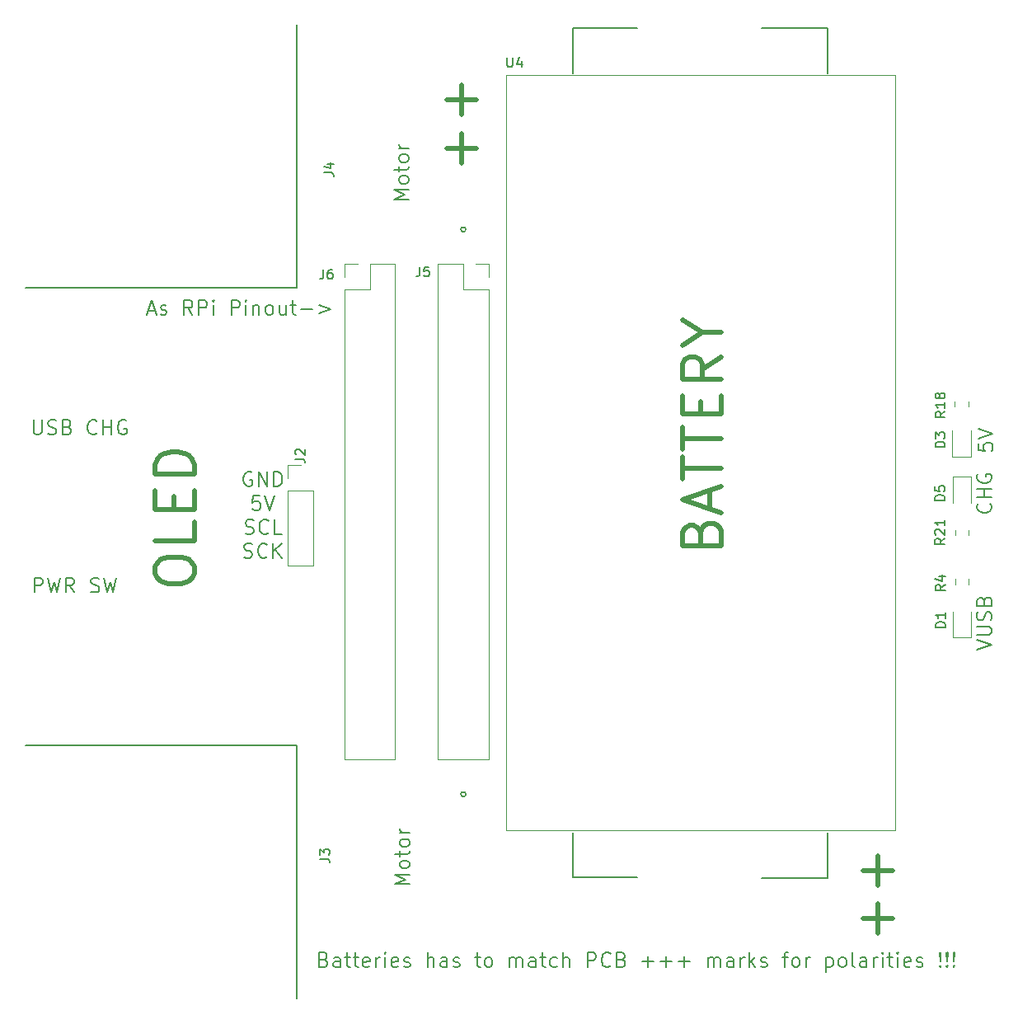
<source format=gto>
G04 #@! TF.GenerationSoftware,KiCad,Pcbnew,(5.1.5)-3*
G04 #@! TF.CreationDate,2020-04-18T23:18:02+01:00*
G04 #@! TF.ProjectId,langpie,6c616e67-7069-4652-9e6b-696361645f70,rev?*
G04 #@! TF.SameCoordinates,Original*
G04 #@! TF.FileFunction,Legend,Top*
G04 #@! TF.FilePolarity,Positive*
%FSLAX46Y46*%
G04 Gerber Fmt 4.6, Leading zero omitted, Abs format (unit mm)*
G04 Created by KiCad (PCBNEW (5.1.5)-3) date 2020-04-18 23:18:02*
%MOMM*%
%LPD*%
G04 APERTURE LIST*
%ADD10C,0.200000*%
%ADD11C,0.120000*%
%ADD12C,0.150000*%
%ADD13C,0.500000*%
G04 APERTURE END LIST*
D10*
X98322142Y-107509571D02*
X98322142Y-106009571D01*
X98893571Y-106009571D01*
X99036428Y-106081000D01*
X99107857Y-106152428D01*
X99179285Y-106295285D01*
X99179285Y-106509571D01*
X99107857Y-106652428D01*
X99036428Y-106723857D01*
X98893571Y-106795285D01*
X98322142Y-106795285D01*
X99679285Y-106009571D02*
X100036428Y-107509571D01*
X100322142Y-106438142D01*
X100607857Y-107509571D01*
X100965000Y-106009571D01*
X102393571Y-107509571D02*
X101893571Y-106795285D01*
X101536428Y-107509571D02*
X101536428Y-106009571D01*
X102107857Y-106009571D01*
X102250714Y-106081000D01*
X102322142Y-106152428D01*
X102393571Y-106295285D01*
X102393571Y-106509571D01*
X102322142Y-106652428D01*
X102250714Y-106723857D01*
X102107857Y-106795285D01*
X101536428Y-106795285D01*
X104107857Y-107438142D02*
X104322142Y-107509571D01*
X104679285Y-107509571D01*
X104822142Y-107438142D01*
X104893571Y-107366714D01*
X104965000Y-107223857D01*
X104965000Y-107081000D01*
X104893571Y-106938142D01*
X104822142Y-106866714D01*
X104679285Y-106795285D01*
X104393571Y-106723857D01*
X104250714Y-106652428D01*
X104179285Y-106581000D01*
X104107857Y-106438142D01*
X104107857Y-106295285D01*
X104179285Y-106152428D01*
X104250714Y-106081000D01*
X104393571Y-106009571D01*
X104750714Y-106009571D01*
X104965000Y-106081000D01*
X105465000Y-106009571D02*
X105822142Y-107509571D01*
X106107857Y-106438142D01*
X106393571Y-107509571D01*
X106750714Y-106009571D01*
X98215000Y-89809571D02*
X98215000Y-91023857D01*
X98286428Y-91166714D01*
X98357857Y-91238142D01*
X98500714Y-91309571D01*
X98786428Y-91309571D01*
X98929285Y-91238142D01*
X99000714Y-91166714D01*
X99072142Y-91023857D01*
X99072142Y-89809571D01*
X99715000Y-91238142D02*
X99929285Y-91309571D01*
X100286428Y-91309571D01*
X100429285Y-91238142D01*
X100500714Y-91166714D01*
X100572142Y-91023857D01*
X100572142Y-90881000D01*
X100500714Y-90738142D01*
X100429285Y-90666714D01*
X100286428Y-90595285D01*
X100000714Y-90523857D01*
X99857857Y-90452428D01*
X99786428Y-90381000D01*
X99715000Y-90238142D01*
X99715000Y-90095285D01*
X99786428Y-89952428D01*
X99857857Y-89881000D01*
X100000714Y-89809571D01*
X100357857Y-89809571D01*
X100572142Y-89881000D01*
X101715000Y-90523857D02*
X101929285Y-90595285D01*
X102000714Y-90666714D01*
X102072142Y-90809571D01*
X102072142Y-91023857D01*
X102000714Y-91166714D01*
X101929285Y-91238142D01*
X101786428Y-91309571D01*
X101215000Y-91309571D01*
X101215000Y-89809571D01*
X101715000Y-89809571D01*
X101857857Y-89881000D01*
X101929285Y-89952428D01*
X102000714Y-90095285D01*
X102000714Y-90238142D01*
X101929285Y-90381000D01*
X101857857Y-90452428D01*
X101715000Y-90523857D01*
X101215000Y-90523857D01*
X104715000Y-91166714D02*
X104643571Y-91238142D01*
X104429285Y-91309571D01*
X104286428Y-91309571D01*
X104072142Y-91238142D01*
X103929285Y-91095285D01*
X103857857Y-90952428D01*
X103786428Y-90666714D01*
X103786428Y-90452428D01*
X103857857Y-90166714D01*
X103929285Y-90023857D01*
X104072142Y-89881000D01*
X104286428Y-89809571D01*
X104429285Y-89809571D01*
X104643571Y-89881000D01*
X104715000Y-89952428D01*
X105357857Y-91309571D02*
X105357857Y-89809571D01*
X105357857Y-90523857D02*
X106215000Y-90523857D01*
X106215000Y-91309571D02*
X106215000Y-89809571D01*
X107715000Y-89881000D02*
X107572142Y-89809571D01*
X107357857Y-89809571D01*
X107143571Y-89881000D01*
X107000714Y-90023857D01*
X106929285Y-90166714D01*
X106857857Y-90452428D01*
X106857857Y-90666714D01*
X106929285Y-90952428D01*
X107000714Y-91095285D01*
X107143571Y-91238142D01*
X107357857Y-91309571D01*
X107500714Y-91309571D01*
X107715000Y-91238142D01*
X107786428Y-91166714D01*
X107786428Y-90666714D01*
X107500714Y-90666714D01*
X109972142Y-78581000D02*
X110686428Y-78581000D01*
X109829285Y-79009571D02*
X110329285Y-77509571D01*
X110829285Y-79009571D01*
X111257857Y-78938142D02*
X111400714Y-79009571D01*
X111686428Y-79009571D01*
X111829285Y-78938142D01*
X111900714Y-78795285D01*
X111900714Y-78723857D01*
X111829285Y-78581000D01*
X111686428Y-78509571D01*
X111472142Y-78509571D01*
X111329285Y-78438142D01*
X111257857Y-78295285D01*
X111257857Y-78223857D01*
X111329285Y-78081000D01*
X111472142Y-78009571D01*
X111686428Y-78009571D01*
X111829285Y-78081000D01*
X114543571Y-79009571D02*
X114043571Y-78295285D01*
X113686428Y-79009571D02*
X113686428Y-77509571D01*
X114257857Y-77509571D01*
X114400714Y-77581000D01*
X114472142Y-77652428D01*
X114543571Y-77795285D01*
X114543571Y-78009571D01*
X114472142Y-78152428D01*
X114400714Y-78223857D01*
X114257857Y-78295285D01*
X113686428Y-78295285D01*
X115186428Y-79009571D02*
X115186428Y-77509571D01*
X115757857Y-77509571D01*
X115900714Y-77581000D01*
X115972142Y-77652428D01*
X116043571Y-77795285D01*
X116043571Y-78009571D01*
X115972142Y-78152428D01*
X115900714Y-78223857D01*
X115757857Y-78295285D01*
X115186428Y-78295285D01*
X116686428Y-79009571D02*
X116686428Y-78009571D01*
X116686428Y-77509571D02*
X116615000Y-77581000D01*
X116686428Y-77652428D01*
X116757857Y-77581000D01*
X116686428Y-77509571D01*
X116686428Y-77652428D01*
X118543571Y-79009571D02*
X118543571Y-77509571D01*
X119115000Y-77509571D01*
X119257857Y-77581000D01*
X119329285Y-77652428D01*
X119400714Y-77795285D01*
X119400714Y-78009571D01*
X119329285Y-78152428D01*
X119257857Y-78223857D01*
X119115000Y-78295285D01*
X118543571Y-78295285D01*
X120043571Y-79009571D02*
X120043571Y-78009571D01*
X120043571Y-77509571D02*
X119972142Y-77581000D01*
X120043571Y-77652428D01*
X120115000Y-77581000D01*
X120043571Y-77509571D01*
X120043571Y-77652428D01*
X120757857Y-78009571D02*
X120757857Y-79009571D01*
X120757857Y-78152428D02*
X120829285Y-78081000D01*
X120972142Y-78009571D01*
X121186428Y-78009571D01*
X121329285Y-78081000D01*
X121400714Y-78223857D01*
X121400714Y-79009571D01*
X122329285Y-79009571D02*
X122186428Y-78938142D01*
X122115000Y-78866714D01*
X122043571Y-78723857D01*
X122043571Y-78295285D01*
X122115000Y-78152428D01*
X122186428Y-78081000D01*
X122329285Y-78009571D01*
X122543571Y-78009571D01*
X122686428Y-78081000D01*
X122757857Y-78152428D01*
X122829285Y-78295285D01*
X122829285Y-78723857D01*
X122757857Y-78866714D01*
X122686428Y-78938142D01*
X122543571Y-79009571D01*
X122329285Y-79009571D01*
X124115000Y-78009571D02*
X124115000Y-79009571D01*
X123472142Y-78009571D02*
X123472142Y-78795285D01*
X123543571Y-78938142D01*
X123686428Y-79009571D01*
X123900714Y-79009571D01*
X124043571Y-78938142D01*
X124115000Y-78866714D01*
X124615000Y-78009571D02*
X125186428Y-78009571D01*
X124829285Y-77509571D02*
X124829285Y-78795285D01*
X124900714Y-78938142D01*
X125043571Y-79009571D01*
X125186428Y-79009571D01*
X125686428Y-78438142D02*
X126829285Y-78438142D01*
X127543571Y-78009571D02*
X128686428Y-78438142D01*
X127543571Y-78866714D01*
X195143571Y-113381000D02*
X196643571Y-112881000D01*
X195143571Y-112381000D01*
X195143571Y-111881000D02*
X196357857Y-111881000D01*
X196500714Y-111809571D01*
X196572142Y-111738142D01*
X196643571Y-111595285D01*
X196643571Y-111309571D01*
X196572142Y-111166714D01*
X196500714Y-111095285D01*
X196357857Y-111023857D01*
X195143571Y-111023857D01*
X196572142Y-110381000D02*
X196643571Y-110166714D01*
X196643571Y-109809571D01*
X196572142Y-109666714D01*
X196500714Y-109595285D01*
X196357857Y-109523857D01*
X196215000Y-109523857D01*
X196072142Y-109595285D01*
X196000714Y-109666714D01*
X195929285Y-109809571D01*
X195857857Y-110095285D01*
X195786428Y-110238142D01*
X195715000Y-110309571D01*
X195572142Y-110381000D01*
X195429285Y-110381000D01*
X195286428Y-110309571D01*
X195215000Y-110238142D01*
X195143571Y-110095285D01*
X195143571Y-109738142D01*
X195215000Y-109523857D01*
X195857857Y-108381000D02*
X195929285Y-108166714D01*
X196000714Y-108095285D01*
X196143571Y-108023857D01*
X196357857Y-108023857D01*
X196500714Y-108095285D01*
X196572142Y-108166714D01*
X196643571Y-108309571D01*
X196643571Y-108881000D01*
X195143571Y-108881000D01*
X195143571Y-108381000D01*
X195215000Y-108238142D01*
X195286428Y-108166714D01*
X195429285Y-108095285D01*
X195572142Y-108095285D01*
X195715000Y-108166714D01*
X195786428Y-108238142D01*
X195857857Y-108381000D01*
X195857857Y-108881000D01*
X195243571Y-92216714D02*
X195243571Y-92931000D01*
X195957857Y-93002428D01*
X195886428Y-92931000D01*
X195815000Y-92788142D01*
X195815000Y-92431000D01*
X195886428Y-92288142D01*
X195957857Y-92216714D01*
X196100714Y-92145285D01*
X196457857Y-92145285D01*
X196600714Y-92216714D01*
X196672142Y-92288142D01*
X196743571Y-92431000D01*
X196743571Y-92788142D01*
X196672142Y-92931000D01*
X196600714Y-93002428D01*
X195243571Y-91716714D02*
X196743571Y-91216714D01*
X195243571Y-90716714D01*
X196500714Y-98402428D02*
X196572142Y-98473857D01*
X196643571Y-98688142D01*
X196643571Y-98831000D01*
X196572142Y-99045285D01*
X196429285Y-99188142D01*
X196286428Y-99259571D01*
X196000714Y-99331000D01*
X195786428Y-99331000D01*
X195500714Y-99259571D01*
X195357857Y-99188142D01*
X195215000Y-99045285D01*
X195143571Y-98831000D01*
X195143571Y-98688142D01*
X195215000Y-98473857D01*
X195286428Y-98402428D01*
X196643571Y-97759571D02*
X195143571Y-97759571D01*
X195857857Y-97759571D02*
X195857857Y-96902428D01*
X196643571Y-96902428D02*
X195143571Y-96902428D01*
X195215000Y-95402428D02*
X195143571Y-95545285D01*
X195143571Y-95759571D01*
X195215000Y-95973857D01*
X195357857Y-96116714D01*
X195500714Y-96188142D01*
X195786428Y-96259571D01*
X196000714Y-96259571D01*
X196286428Y-96188142D01*
X196429285Y-96116714D01*
X196572142Y-95973857D01*
X196643571Y-95759571D01*
X196643571Y-95616714D01*
X196572142Y-95402428D01*
X196500714Y-95331000D01*
X196000714Y-95331000D01*
X196000714Y-95616714D01*
X120622142Y-95206000D02*
X120479285Y-95134571D01*
X120265000Y-95134571D01*
X120050714Y-95206000D01*
X119907857Y-95348857D01*
X119836428Y-95491714D01*
X119765000Y-95777428D01*
X119765000Y-95991714D01*
X119836428Y-96277428D01*
X119907857Y-96420285D01*
X120050714Y-96563142D01*
X120265000Y-96634571D01*
X120407857Y-96634571D01*
X120622142Y-96563142D01*
X120693571Y-96491714D01*
X120693571Y-95991714D01*
X120407857Y-95991714D01*
X121336428Y-96634571D02*
X121336428Y-95134571D01*
X122193571Y-96634571D01*
X122193571Y-95134571D01*
X122907857Y-96634571D02*
X122907857Y-95134571D01*
X123265000Y-95134571D01*
X123479285Y-95206000D01*
X123622142Y-95348857D01*
X123693571Y-95491714D01*
X123765000Y-95777428D01*
X123765000Y-95991714D01*
X123693571Y-96277428D01*
X123622142Y-96420285D01*
X123479285Y-96563142D01*
X123265000Y-96634571D01*
X122907857Y-96634571D01*
X121479285Y-97584571D02*
X120765000Y-97584571D01*
X120693571Y-98298857D01*
X120765000Y-98227428D01*
X120907857Y-98156000D01*
X121265000Y-98156000D01*
X121407857Y-98227428D01*
X121479285Y-98298857D01*
X121550714Y-98441714D01*
X121550714Y-98798857D01*
X121479285Y-98941714D01*
X121407857Y-99013142D01*
X121265000Y-99084571D01*
X120907857Y-99084571D01*
X120765000Y-99013142D01*
X120693571Y-98941714D01*
X121979285Y-97584571D02*
X122479285Y-99084571D01*
X122979285Y-97584571D01*
X119979285Y-101463142D02*
X120193571Y-101534571D01*
X120550714Y-101534571D01*
X120693571Y-101463142D01*
X120765000Y-101391714D01*
X120836428Y-101248857D01*
X120836428Y-101106000D01*
X120765000Y-100963142D01*
X120693571Y-100891714D01*
X120550714Y-100820285D01*
X120265000Y-100748857D01*
X120122142Y-100677428D01*
X120050714Y-100606000D01*
X119979285Y-100463142D01*
X119979285Y-100320285D01*
X120050714Y-100177428D01*
X120122142Y-100106000D01*
X120265000Y-100034571D01*
X120622142Y-100034571D01*
X120836428Y-100106000D01*
X122336428Y-101391714D02*
X122265000Y-101463142D01*
X122050714Y-101534571D01*
X121907857Y-101534571D01*
X121693571Y-101463142D01*
X121550714Y-101320285D01*
X121479285Y-101177428D01*
X121407857Y-100891714D01*
X121407857Y-100677428D01*
X121479285Y-100391714D01*
X121550714Y-100248857D01*
X121693571Y-100106000D01*
X121907857Y-100034571D01*
X122050714Y-100034571D01*
X122265000Y-100106000D01*
X122336428Y-100177428D01*
X123693571Y-101534571D02*
X122979285Y-101534571D01*
X122979285Y-100034571D01*
X119836428Y-103913142D02*
X120050714Y-103984571D01*
X120407857Y-103984571D01*
X120550714Y-103913142D01*
X120622142Y-103841714D01*
X120693571Y-103698857D01*
X120693571Y-103556000D01*
X120622142Y-103413142D01*
X120550714Y-103341714D01*
X120407857Y-103270285D01*
X120122142Y-103198857D01*
X119979285Y-103127428D01*
X119907857Y-103056000D01*
X119836428Y-102913142D01*
X119836428Y-102770285D01*
X119907857Y-102627428D01*
X119979285Y-102556000D01*
X120122142Y-102484571D01*
X120479285Y-102484571D01*
X120693571Y-102556000D01*
X122193571Y-103841714D02*
X122122142Y-103913142D01*
X121907857Y-103984571D01*
X121765000Y-103984571D01*
X121550714Y-103913142D01*
X121407857Y-103770285D01*
X121336428Y-103627428D01*
X121265000Y-103341714D01*
X121265000Y-103127428D01*
X121336428Y-102841714D01*
X121407857Y-102698857D01*
X121550714Y-102556000D01*
X121765000Y-102484571D01*
X121907857Y-102484571D01*
X122122142Y-102556000D01*
X122193571Y-102627428D01*
X122836428Y-103984571D02*
X122836428Y-102484571D01*
X123693571Y-103984571D02*
X123050714Y-103127428D01*
X123693571Y-102484571D02*
X122836428Y-103341714D01*
X128057857Y-145223857D02*
X128272142Y-145295285D01*
X128343571Y-145366714D01*
X128415000Y-145509571D01*
X128415000Y-145723857D01*
X128343571Y-145866714D01*
X128272142Y-145938142D01*
X128129285Y-146009571D01*
X127557857Y-146009571D01*
X127557857Y-144509571D01*
X128057857Y-144509571D01*
X128200714Y-144581000D01*
X128272142Y-144652428D01*
X128343571Y-144795285D01*
X128343571Y-144938142D01*
X128272142Y-145081000D01*
X128200714Y-145152428D01*
X128057857Y-145223857D01*
X127557857Y-145223857D01*
X129700714Y-146009571D02*
X129700714Y-145223857D01*
X129629285Y-145081000D01*
X129486428Y-145009571D01*
X129200714Y-145009571D01*
X129057857Y-145081000D01*
X129700714Y-145938142D02*
X129557857Y-146009571D01*
X129200714Y-146009571D01*
X129057857Y-145938142D01*
X128986428Y-145795285D01*
X128986428Y-145652428D01*
X129057857Y-145509571D01*
X129200714Y-145438142D01*
X129557857Y-145438142D01*
X129700714Y-145366714D01*
X130200714Y-145009571D02*
X130772142Y-145009571D01*
X130415000Y-144509571D02*
X130415000Y-145795285D01*
X130486428Y-145938142D01*
X130629285Y-146009571D01*
X130772142Y-146009571D01*
X131057857Y-145009571D02*
X131629285Y-145009571D01*
X131272142Y-144509571D02*
X131272142Y-145795285D01*
X131343571Y-145938142D01*
X131486428Y-146009571D01*
X131629285Y-146009571D01*
X132700714Y-145938142D02*
X132557857Y-146009571D01*
X132272142Y-146009571D01*
X132129285Y-145938142D01*
X132057857Y-145795285D01*
X132057857Y-145223857D01*
X132129285Y-145081000D01*
X132272142Y-145009571D01*
X132557857Y-145009571D01*
X132700714Y-145081000D01*
X132772142Y-145223857D01*
X132772142Y-145366714D01*
X132057857Y-145509571D01*
X133415000Y-146009571D02*
X133415000Y-145009571D01*
X133415000Y-145295285D02*
X133486428Y-145152428D01*
X133557857Y-145081000D01*
X133700714Y-145009571D01*
X133843571Y-145009571D01*
X134343571Y-146009571D02*
X134343571Y-145009571D01*
X134343571Y-144509571D02*
X134272142Y-144581000D01*
X134343571Y-144652428D01*
X134415000Y-144581000D01*
X134343571Y-144509571D01*
X134343571Y-144652428D01*
X135629285Y-145938142D02*
X135486428Y-146009571D01*
X135200714Y-146009571D01*
X135057857Y-145938142D01*
X134986428Y-145795285D01*
X134986428Y-145223857D01*
X135057857Y-145081000D01*
X135200714Y-145009571D01*
X135486428Y-145009571D01*
X135629285Y-145081000D01*
X135700714Y-145223857D01*
X135700714Y-145366714D01*
X134986428Y-145509571D01*
X136272142Y-145938142D02*
X136415000Y-146009571D01*
X136700714Y-146009571D01*
X136843571Y-145938142D01*
X136915000Y-145795285D01*
X136915000Y-145723857D01*
X136843571Y-145581000D01*
X136700714Y-145509571D01*
X136486428Y-145509571D01*
X136343571Y-145438142D01*
X136272142Y-145295285D01*
X136272142Y-145223857D01*
X136343571Y-145081000D01*
X136486428Y-145009571D01*
X136700714Y-145009571D01*
X136843571Y-145081000D01*
X138700714Y-146009571D02*
X138700714Y-144509571D01*
X139343571Y-146009571D02*
X139343571Y-145223857D01*
X139272142Y-145081000D01*
X139129285Y-145009571D01*
X138915000Y-145009571D01*
X138772142Y-145081000D01*
X138700714Y-145152428D01*
X140700714Y-146009571D02*
X140700714Y-145223857D01*
X140629285Y-145081000D01*
X140486428Y-145009571D01*
X140200714Y-145009571D01*
X140057857Y-145081000D01*
X140700714Y-145938142D02*
X140557857Y-146009571D01*
X140200714Y-146009571D01*
X140057857Y-145938142D01*
X139986428Y-145795285D01*
X139986428Y-145652428D01*
X140057857Y-145509571D01*
X140200714Y-145438142D01*
X140557857Y-145438142D01*
X140700714Y-145366714D01*
X141343571Y-145938142D02*
X141486428Y-146009571D01*
X141772142Y-146009571D01*
X141915000Y-145938142D01*
X141986428Y-145795285D01*
X141986428Y-145723857D01*
X141915000Y-145581000D01*
X141772142Y-145509571D01*
X141557857Y-145509571D01*
X141415000Y-145438142D01*
X141343571Y-145295285D01*
X141343571Y-145223857D01*
X141415000Y-145081000D01*
X141557857Y-145009571D01*
X141772142Y-145009571D01*
X141915000Y-145081000D01*
X143557857Y-145009571D02*
X144129285Y-145009571D01*
X143772142Y-144509571D02*
X143772142Y-145795285D01*
X143843571Y-145938142D01*
X143986428Y-146009571D01*
X144129285Y-146009571D01*
X144843571Y-146009571D02*
X144700714Y-145938142D01*
X144629285Y-145866714D01*
X144557857Y-145723857D01*
X144557857Y-145295285D01*
X144629285Y-145152428D01*
X144700714Y-145081000D01*
X144843571Y-145009571D01*
X145057857Y-145009571D01*
X145200714Y-145081000D01*
X145272142Y-145152428D01*
X145343571Y-145295285D01*
X145343571Y-145723857D01*
X145272142Y-145866714D01*
X145200714Y-145938142D01*
X145057857Y-146009571D01*
X144843571Y-146009571D01*
X147129285Y-146009571D02*
X147129285Y-145009571D01*
X147129285Y-145152428D02*
X147200714Y-145081000D01*
X147343571Y-145009571D01*
X147557857Y-145009571D01*
X147700714Y-145081000D01*
X147772142Y-145223857D01*
X147772142Y-146009571D01*
X147772142Y-145223857D02*
X147843571Y-145081000D01*
X147986428Y-145009571D01*
X148200714Y-145009571D01*
X148343571Y-145081000D01*
X148415000Y-145223857D01*
X148415000Y-146009571D01*
X149772142Y-146009571D02*
X149772142Y-145223857D01*
X149700714Y-145081000D01*
X149557857Y-145009571D01*
X149272142Y-145009571D01*
X149129285Y-145081000D01*
X149772142Y-145938142D02*
X149629285Y-146009571D01*
X149272142Y-146009571D01*
X149129285Y-145938142D01*
X149057857Y-145795285D01*
X149057857Y-145652428D01*
X149129285Y-145509571D01*
X149272142Y-145438142D01*
X149629285Y-145438142D01*
X149772142Y-145366714D01*
X150272142Y-145009571D02*
X150843571Y-145009571D01*
X150486428Y-144509571D02*
X150486428Y-145795285D01*
X150557857Y-145938142D01*
X150700714Y-146009571D01*
X150843571Y-146009571D01*
X151986428Y-145938142D02*
X151843571Y-146009571D01*
X151557857Y-146009571D01*
X151415000Y-145938142D01*
X151343571Y-145866714D01*
X151272142Y-145723857D01*
X151272142Y-145295285D01*
X151343571Y-145152428D01*
X151415000Y-145081000D01*
X151557857Y-145009571D01*
X151843571Y-145009571D01*
X151986428Y-145081000D01*
X152629285Y-146009571D02*
X152629285Y-144509571D01*
X153272142Y-146009571D02*
X153272142Y-145223857D01*
X153200714Y-145081000D01*
X153057857Y-145009571D01*
X152843571Y-145009571D01*
X152700714Y-145081000D01*
X152629285Y-145152428D01*
X155129285Y-146009571D02*
X155129285Y-144509571D01*
X155700714Y-144509571D01*
X155843571Y-144581000D01*
X155915000Y-144652428D01*
X155986428Y-144795285D01*
X155986428Y-145009571D01*
X155915000Y-145152428D01*
X155843571Y-145223857D01*
X155700714Y-145295285D01*
X155129285Y-145295285D01*
X157486428Y-145866714D02*
X157415000Y-145938142D01*
X157200714Y-146009571D01*
X157057857Y-146009571D01*
X156843571Y-145938142D01*
X156700714Y-145795285D01*
X156629285Y-145652428D01*
X156557857Y-145366714D01*
X156557857Y-145152428D01*
X156629285Y-144866714D01*
X156700714Y-144723857D01*
X156843571Y-144581000D01*
X157057857Y-144509571D01*
X157200714Y-144509571D01*
X157415000Y-144581000D01*
X157486428Y-144652428D01*
X158629285Y-145223857D02*
X158843571Y-145295285D01*
X158915000Y-145366714D01*
X158986428Y-145509571D01*
X158986428Y-145723857D01*
X158915000Y-145866714D01*
X158843571Y-145938142D01*
X158700714Y-146009571D01*
X158129285Y-146009571D01*
X158129285Y-144509571D01*
X158629285Y-144509571D01*
X158772142Y-144581000D01*
X158843571Y-144652428D01*
X158915000Y-144795285D01*
X158915000Y-144938142D01*
X158843571Y-145081000D01*
X158772142Y-145152428D01*
X158629285Y-145223857D01*
X158129285Y-145223857D01*
X160772142Y-145438142D02*
X161915000Y-145438142D01*
X161343571Y-146009571D02*
X161343571Y-144866714D01*
X162629285Y-145438142D02*
X163772142Y-145438142D01*
X163200714Y-146009571D02*
X163200714Y-144866714D01*
X164486428Y-145438142D02*
X165629285Y-145438142D01*
X165057857Y-146009571D02*
X165057857Y-144866714D01*
X167486428Y-146009571D02*
X167486428Y-145009571D01*
X167486428Y-145152428D02*
X167557857Y-145081000D01*
X167700714Y-145009571D01*
X167915000Y-145009571D01*
X168057857Y-145081000D01*
X168129285Y-145223857D01*
X168129285Y-146009571D01*
X168129285Y-145223857D02*
X168200714Y-145081000D01*
X168343571Y-145009571D01*
X168557857Y-145009571D01*
X168700714Y-145081000D01*
X168772142Y-145223857D01*
X168772142Y-146009571D01*
X170129285Y-146009571D02*
X170129285Y-145223857D01*
X170057857Y-145081000D01*
X169915000Y-145009571D01*
X169629285Y-145009571D01*
X169486428Y-145081000D01*
X170129285Y-145938142D02*
X169986428Y-146009571D01*
X169629285Y-146009571D01*
X169486428Y-145938142D01*
X169415000Y-145795285D01*
X169415000Y-145652428D01*
X169486428Y-145509571D01*
X169629285Y-145438142D01*
X169986428Y-145438142D01*
X170129285Y-145366714D01*
X170843571Y-146009571D02*
X170843571Y-145009571D01*
X170843571Y-145295285D02*
X170915000Y-145152428D01*
X170986428Y-145081000D01*
X171129285Y-145009571D01*
X171272142Y-145009571D01*
X171772142Y-146009571D02*
X171772142Y-144509571D01*
X171915000Y-145438142D02*
X172343571Y-146009571D01*
X172343571Y-145009571D02*
X171772142Y-145581000D01*
X172915000Y-145938142D02*
X173057857Y-146009571D01*
X173343571Y-146009571D01*
X173486428Y-145938142D01*
X173557857Y-145795285D01*
X173557857Y-145723857D01*
X173486428Y-145581000D01*
X173343571Y-145509571D01*
X173129285Y-145509571D01*
X172986428Y-145438142D01*
X172915000Y-145295285D01*
X172915000Y-145223857D01*
X172986428Y-145081000D01*
X173129285Y-145009571D01*
X173343571Y-145009571D01*
X173486428Y-145081000D01*
X175129285Y-145009571D02*
X175700714Y-145009571D01*
X175343571Y-146009571D02*
X175343571Y-144723857D01*
X175415000Y-144581000D01*
X175557857Y-144509571D01*
X175700714Y-144509571D01*
X176415000Y-146009571D02*
X176272142Y-145938142D01*
X176200714Y-145866714D01*
X176129285Y-145723857D01*
X176129285Y-145295285D01*
X176200714Y-145152428D01*
X176272142Y-145081000D01*
X176415000Y-145009571D01*
X176629285Y-145009571D01*
X176772142Y-145081000D01*
X176843571Y-145152428D01*
X176915000Y-145295285D01*
X176915000Y-145723857D01*
X176843571Y-145866714D01*
X176772142Y-145938142D01*
X176629285Y-146009571D01*
X176415000Y-146009571D01*
X177557857Y-146009571D02*
X177557857Y-145009571D01*
X177557857Y-145295285D02*
X177629285Y-145152428D01*
X177700714Y-145081000D01*
X177843571Y-145009571D01*
X177986428Y-145009571D01*
X179629285Y-145009571D02*
X179629285Y-146509571D01*
X179629285Y-145081000D02*
X179772142Y-145009571D01*
X180057857Y-145009571D01*
X180200714Y-145081000D01*
X180272142Y-145152428D01*
X180343571Y-145295285D01*
X180343571Y-145723857D01*
X180272142Y-145866714D01*
X180200714Y-145938142D01*
X180057857Y-146009571D01*
X179772142Y-146009571D01*
X179629285Y-145938142D01*
X181200714Y-146009571D02*
X181057857Y-145938142D01*
X180986428Y-145866714D01*
X180915000Y-145723857D01*
X180915000Y-145295285D01*
X180986428Y-145152428D01*
X181057857Y-145081000D01*
X181200714Y-145009571D01*
X181415000Y-145009571D01*
X181557857Y-145081000D01*
X181629285Y-145152428D01*
X181700714Y-145295285D01*
X181700714Y-145723857D01*
X181629285Y-145866714D01*
X181557857Y-145938142D01*
X181415000Y-146009571D01*
X181200714Y-146009571D01*
X182557857Y-146009571D02*
X182415000Y-145938142D01*
X182343571Y-145795285D01*
X182343571Y-144509571D01*
X183772142Y-146009571D02*
X183772142Y-145223857D01*
X183700714Y-145081000D01*
X183557857Y-145009571D01*
X183272142Y-145009571D01*
X183129285Y-145081000D01*
X183772142Y-145938142D02*
X183629285Y-146009571D01*
X183272142Y-146009571D01*
X183129285Y-145938142D01*
X183057857Y-145795285D01*
X183057857Y-145652428D01*
X183129285Y-145509571D01*
X183272142Y-145438142D01*
X183629285Y-145438142D01*
X183772142Y-145366714D01*
X184486428Y-146009571D02*
X184486428Y-145009571D01*
X184486428Y-145295285D02*
X184557857Y-145152428D01*
X184629285Y-145081000D01*
X184772142Y-145009571D01*
X184915000Y-145009571D01*
X185415000Y-146009571D02*
X185415000Y-145009571D01*
X185415000Y-144509571D02*
X185343571Y-144581000D01*
X185415000Y-144652428D01*
X185486428Y-144581000D01*
X185415000Y-144509571D01*
X185415000Y-144652428D01*
X185915000Y-145009571D02*
X186486428Y-145009571D01*
X186129285Y-144509571D02*
X186129285Y-145795285D01*
X186200714Y-145938142D01*
X186343571Y-146009571D01*
X186486428Y-146009571D01*
X186986428Y-146009571D02*
X186986428Y-145009571D01*
X186986428Y-144509571D02*
X186915000Y-144581000D01*
X186986428Y-144652428D01*
X187057857Y-144581000D01*
X186986428Y-144509571D01*
X186986428Y-144652428D01*
X188272142Y-145938142D02*
X188129285Y-146009571D01*
X187843571Y-146009571D01*
X187700714Y-145938142D01*
X187629285Y-145795285D01*
X187629285Y-145223857D01*
X187700714Y-145081000D01*
X187843571Y-145009571D01*
X188129285Y-145009571D01*
X188272142Y-145081000D01*
X188343571Y-145223857D01*
X188343571Y-145366714D01*
X187629285Y-145509571D01*
X188915000Y-145938142D02*
X189057857Y-146009571D01*
X189343571Y-146009571D01*
X189486428Y-145938142D01*
X189557857Y-145795285D01*
X189557857Y-145723857D01*
X189486428Y-145581000D01*
X189343571Y-145509571D01*
X189129285Y-145509571D01*
X188986428Y-145438142D01*
X188915000Y-145295285D01*
X188915000Y-145223857D01*
X188986428Y-145081000D01*
X189129285Y-145009571D01*
X189343571Y-145009571D01*
X189486428Y-145081000D01*
X191343571Y-145866714D02*
X191415000Y-145938142D01*
X191343571Y-146009571D01*
X191272142Y-145938142D01*
X191343571Y-145866714D01*
X191343571Y-146009571D01*
X191343571Y-145438142D02*
X191272142Y-144581000D01*
X191343571Y-144509571D01*
X191415000Y-144581000D01*
X191343571Y-145438142D01*
X191343571Y-144509571D01*
X192057857Y-145866714D02*
X192129285Y-145938142D01*
X192057857Y-146009571D01*
X191986428Y-145938142D01*
X192057857Y-145866714D01*
X192057857Y-146009571D01*
X192057857Y-145438142D02*
X191986428Y-144581000D01*
X192057857Y-144509571D01*
X192129285Y-144581000D01*
X192057857Y-145438142D01*
X192057857Y-144509571D01*
X192772142Y-145866714D02*
X192843571Y-145938142D01*
X192772142Y-146009571D01*
X192700714Y-145938142D01*
X192772142Y-145866714D01*
X192772142Y-146009571D01*
X192772142Y-145438142D02*
X192700714Y-144581000D01*
X192772142Y-144509571D01*
X192843571Y-144581000D01*
X192772142Y-145438142D01*
X192772142Y-144509571D01*
X136743571Y-67181000D02*
X135243571Y-67181000D01*
X136315000Y-66681000D01*
X135243571Y-66181000D01*
X136743571Y-66181000D01*
X136743571Y-65252428D02*
X136672142Y-65395285D01*
X136600714Y-65466714D01*
X136457857Y-65538142D01*
X136029285Y-65538142D01*
X135886428Y-65466714D01*
X135815000Y-65395285D01*
X135743571Y-65252428D01*
X135743571Y-65038142D01*
X135815000Y-64895285D01*
X135886428Y-64823857D01*
X136029285Y-64752428D01*
X136457857Y-64752428D01*
X136600714Y-64823857D01*
X136672142Y-64895285D01*
X136743571Y-65038142D01*
X136743571Y-65252428D01*
X135743571Y-64323857D02*
X135743571Y-63752428D01*
X135243571Y-64109571D02*
X136529285Y-64109571D01*
X136672142Y-64038142D01*
X136743571Y-63895285D01*
X136743571Y-63752428D01*
X136743571Y-63038142D02*
X136672142Y-63181000D01*
X136600714Y-63252428D01*
X136457857Y-63323857D01*
X136029285Y-63323857D01*
X135886428Y-63252428D01*
X135815000Y-63181000D01*
X135743571Y-63038142D01*
X135743571Y-62823857D01*
X135815000Y-62681000D01*
X135886428Y-62609571D01*
X136029285Y-62538142D01*
X136457857Y-62538142D01*
X136600714Y-62609571D01*
X136672142Y-62681000D01*
X136743571Y-62823857D01*
X136743571Y-63038142D01*
X136743571Y-61895285D02*
X135743571Y-61895285D01*
X136029285Y-61895285D02*
X135886428Y-61823857D01*
X135815000Y-61752428D01*
X135743571Y-61609571D01*
X135743571Y-61466714D01*
X136843571Y-137481000D02*
X135343571Y-137481000D01*
X136415000Y-136981000D01*
X135343571Y-136481000D01*
X136843571Y-136481000D01*
X136843571Y-135552428D02*
X136772142Y-135695285D01*
X136700714Y-135766714D01*
X136557857Y-135838142D01*
X136129285Y-135838142D01*
X135986428Y-135766714D01*
X135915000Y-135695285D01*
X135843571Y-135552428D01*
X135843571Y-135338142D01*
X135915000Y-135195285D01*
X135986428Y-135123857D01*
X136129285Y-135052428D01*
X136557857Y-135052428D01*
X136700714Y-135123857D01*
X136772142Y-135195285D01*
X136843571Y-135338142D01*
X136843571Y-135552428D01*
X135843571Y-134623857D02*
X135843571Y-134052428D01*
X135343571Y-134409571D02*
X136629285Y-134409571D01*
X136772142Y-134338142D01*
X136843571Y-134195285D01*
X136843571Y-134052428D01*
X136843571Y-133338142D02*
X136772142Y-133481000D01*
X136700714Y-133552428D01*
X136557857Y-133623857D01*
X136129285Y-133623857D01*
X135986428Y-133552428D01*
X135915000Y-133481000D01*
X135843571Y-133338142D01*
X135843571Y-133123857D01*
X135915000Y-132981000D01*
X135986428Y-132909571D01*
X136129285Y-132838142D01*
X136557857Y-132838142D01*
X136700714Y-132909571D01*
X136772142Y-132981000D01*
X136843571Y-133123857D01*
X136843571Y-133338142D01*
X136843571Y-132195285D02*
X135843571Y-132195285D01*
X136129285Y-132195285D02*
X135986428Y-132123857D01*
X135915000Y-132052428D01*
X135843571Y-131909571D01*
X135843571Y-131766714D01*
X160240000Y-136724826D02*
X153583000Y-136724826D01*
X142609400Y-128248080D02*
G75*
G03X142609400Y-128248080I-250000J0D01*
G01*
X142609400Y-70248080D02*
G75*
G03X142609400Y-70248080I-250000J0D01*
G01*
X142609400Y-128248080D02*
G75*
G03X142609400Y-128248080I-250000J0D01*
G01*
X142609400Y-70248080D02*
G75*
G03X142609400Y-70248080I-250000J0D01*
G01*
X125240000Y-76231000D02*
X125240000Y-49231000D01*
X125240000Y-76231000D02*
X97365000Y-76231000D01*
X179745000Y-136818000D02*
X173014000Y-136818000D01*
X153583000Y-136691000D02*
X153583000Y-132191000D01*
X125240000Y-123231000D02*
X97365000Y-123231000D01*
X125240000Y-123231000D02*
X125240000Y-149231000D01*
X160240000Y-49569000D02*
X153583000Y-49569000D01*
X179745000Y-136818000D02*
X179745000Y-132224826D01*
X172990000Y-49569000D02*
X179745000Y-49569000D01*
X153583000Y-54224827D02*
X153583000Y-49569000D01*
X179745000Y-49569000D02*
X179745000Y-54224827D01*
D11*
X130155000Y-124686000D02*
X135355000Y-124686000D01*
X130155000Y-76366000D02*
X130155000Y-124686000D01*
X135355000Y-73766000D02*
X135355000Y-124686000D01*
X130155000Y-76366000D02*
X132755000Y-76366000D01*
X132755000Y-76366000D02*
X132755000Y-73766000D01*
X132755000Y-73766000D02*
X135355000Y-73766000D01*
X130155000Y-75096000D02*
X130155000Y-73766000D01*
X130155000Y-73766000D02*
X131485000Y-73766000D01*
X192614000Y-109480000D02*
X192614000Y-112165000D01*
X192614000Y-112165000D02*
X194534000Y-112165000D01*
X194534000Y-112165000D02*
X194534000Y-109480000D01*
X194507000Y-93588500D02*
X194507000Y-90903500D01*
X192587000Y-93588500D02*
X194507000Y-93588500D01*
X192587000Y-90903500D02*
X192587000Y-93588500D01*
X194543000Y-98285000D02*
X194543000Y-95600000D01*
X194543000Y-95600000D02*
X192623000Y-95600000D01*
X192623000Y-95600000D02*
X192623000Y-98285000D01*
X124313000Y-104747000D02*
X126973000Y-104747000D01*
X124313000Y-97067000D02*
X124313000Y-104747000D01*
X126973000Y-97067000D02*
X126973000Y-104747000D01*
X124313000Y-97067000D02*
X126973000Y-97067000D01*
X124313000Y-95797000D02*
X124313000Y-94467000D01*
X124313000Y-94467000D02*
X125643000Y-94467000D01*
X139755000Y-73771000D02*
X142355000Y-73771000D01*
X139755000Y-73771000D02*
X139755000Y-124691000D01*
X139755000Y-124691000D02*
X144955000Y-124691000D01*
X144955000Y-76371000D02*
X144955000Y-124691000D01*
X142355000Y-76371000D02*
X144955000Y-76371000D01*
X142355000Y-73771000D02*
X142355000Y-76371000D01*
X144955000Y-73771000D02*
X144955000Y-75101000D01*
X143625000Y-73771000D02*
X144955000Y-73771000D01*
X194284000Y-106157422D02*
X194284000Y-106674578D01*
X192864000Y-106157422D02*
X192864000Y-106674578D01*
X194257000Y-87913422D02*
X194257000Y-88430578D01*
X192837000Y-87913422D02*
X192837000Y-88430578D01*
X194293000Y-101090422D02*
X194293000Y-101607578D01*
X192873000Y-101090422D02*
X192873000Y-101607578D01*
X146739000Y-54405000D02*
X186739000Y-54405000D01*
X186739000Y-54405000D02*
X186739000Y-131905000D01*
X186739000Y-131905000D02*
X146739000Y-131905000D01*
X146739000Y-131905000D02*
X146739000Y-54405000D01*
D12*
X127981666Y-74333380D02*
X127981666Y-75047666D01*
X127934047Y-75190523D01*
X127838809Y-75285761D01*
X127695952Y-75333380D01*
X127600714Y-75333380D01*
X128886428Y-74333380D02*
X128695952Y-74333380D01*
X128600714Y-74381000D01*
X128553095Y-74428619D01*
X128457857Y-74571476D01*
X128410238Y-74761952D01*
X128410238Y-75142904D01*
X128457857Y-75238142D01*
X128505476Y-75285761D01*
X128600714Y-75333380D01*
X128791190Y-75333380D01*
X128886428Y-75285761D01*
X128934047Y-75238142D01*
X128981666Y-75142904D01*
X128981666Y-74904809D01*
X128934047Y-74809571D01*
X128886428Y-74761952D01*
X128791190Y-74714333D01*
X128600714Y-74714333D01*
X128505476Y-74761952D01*
X128457857Y-74809571D01*
X128410238Y-74904809D01*
D13*
X110724523Y-105640523D02*
X110724523Y-104878619D01*
X110915000Y-104497666D01*
X111295952Y-104116714D01*
X112057857Y-103926238D01*
X113391190Y-103926238D01*
X114153095Y-104116714D01*
X114534047Y-104497666D01*
X114724523Y-104878619D01*
X114724523Y-105640523D01*
X114534047Y-106021476D01*
X114153095Y-106402428D01*
X113391190Y-106592904D01*
X112057857Y-106592904D01*
X111295952Y-106402428D01*
X110915000Y-106021476D01*
X110724523Y-105640523D01*
X114724523Y-100307190D02*
X114724523Y-102211952D01*
X110724523Y-102211952D01*
X112629285Y-98973857D02*
X112629285Y-97640523D01*
X114724523Y-97069095D02*
X114724523Y-98973857D01*
X110724523Y-98973857D01*
X110724523Y-97069095D01*
X114724523Y-95354809D02*
X110724523Y-95354809D01*
X110724523Y-94402428D01*
X110915000Y-93831000D01*
X111295952Y-93450047D01*
X111676904Y-93259571D01*
X112438809Y-93069095D01*
X113010238Y-93069095D01*
X113772142Y-93259571D01*
X114153095Y-93450047D01*
X114534047Y-93831000D01*
X114724523Y-94402428D01*
X114724523Y-95354809D01*
D12*
X191867380Y-111091095D02*
X190867380Y-111091095D01*
X190867380Y-110853000D01*
X190915000Y-110710142D01*
X191010238Y-110614904D01*
X191105476Y-110567285D01*
X191295952Y-110519666D01*
X191438809Y-110519666D01*
X191629285Y-110567285D01*
X191724523Y-110614904D01*
X191819761Y-110710142D01*
X191867380Y-110853000D01*
X191867380Y-111091095D01*
X191867380Y-109567285D02*
X191867380Y-110138714D01*
X191867380Y-109853000D02*
X190867380Y-109853000D01*
X191010238Y-109948238D01*
X191105476Y-110043476D01*
X191153095Y-110138714D01*
X191840380Y-92593095D02*
X190840380Y-92593095D01*
X190840380Y-92355000D01*
X190888000Y-92212142D01*
X190983238Y-92116904D01*
X191078476Y-92069285D01*
X191268952Y-92021666D01*
X191411809Y-92021666D01*
X191602285Y-92069285D01*
X191697523Y-92116904D01*
X191792761Y-92212142D01*
X191840380Y-92355000D01*
X191840380Y-92593095D01*
X190840380Y-91688333D02*
X190840380Y-91069285D01*
X191221333Y-91402619D01*
X191221333Y-91259761D01*
X191268952Y-91164523D01*
X191316571Y-91116904D01*
X191411809Y-91069285D01*
X191649904Y-91069285D01*
X191745142Y-91116904D01*
X191792761Y-91164523D01*
X191840380Y-91259761D01*
X191840380Y-91545476D01*
X191792761Y-91640714D01*
X191745142Y-91688333D01*
X191817380Y-98069095D02*
X190817380Y-98069095D01*
X190817380Y-97831000D01*
X190865000Y-97688142D01*
X190960238Y-97592904D01*
X191055476Y-97545285D01*
X191245952Y-97497666D01*
X191388809Y-97497666D01*
X191579285Y-97545285D01*
X191674523Y-97592904D01*
X191769761Y-97688142D01*
X191817380Y-97831000D01*
X191817380Y-98069095D01*
X190817380Y-96592904D02*
X190817380Y-97069095D01*
X191293571Y-97116714D01*
X191245952Y-97069095D01*
X191198333Y-96973857D01*
X191198333Y-96735761D01*
X191245952Y-96640523D01*
X191293571Y-96592904D01*
X191388809Y-96545285D01*
X191626904Y-96545285D01*
X191722142Y-96592904D01*
X191769761Y-96640523D01*
X191817380Y-96735761D01*
X191817380Y-96973857D01*
X191769761Y-97069095D01*
X191722142Y-97116714D01*
X125095380Y-93800333D02*
X125809666Y-93800333D01*
X125952523Y-93847952D01*
X126047761Y-93943190D01*
X126095380Y-94086047D01*
X126095380Y-94181285D01*
X125190619Y-93371761D02*
X125143000Y-93324142D01*
X125095380Y-93228904D01*
X125095380Y-92990809D01*
X125143000Y-92895571D01*
X125190619Y-92847952D01*
X125285857Y-92800333D01*
X125381095Y-92800333D01*
X125523952Y-92847952D01*
X126095380Y-93419380D01*
X126095380Y-92800333D01*
X127635380Y-134865333D02*
X128349666Y-134865333D01*
X128492523Y-134912952D01*
X128587761Y-135008190D01*
X128635380Y-135151047D01*
X128635380Y-135246285D01*
X127635380Y-134484380D02*
X127635380Y-133865333D01*
X128016333Y-134198666D01*
X128016333Y-134055809D01*
X128063952Y-133960571D01*
X128111571Y-133912952D01*
X128206809Y-133865333D01*
X128444904Y-133865333D01*
X128540142Y-133912952D01*
X128587761Y-133960571D01*
X128635380Y-134055809D01*
X128635380Y-134341523D01*
X128587761Y-134436761D01*
X128540142Y-134484380D01*
X128067380Y-64414333D02*
X128781666Y-64414333D01*
X128924523Y-64461952D01*
X129019761Y-64557190D01*
X129067380Y-64700047D01*
X129067380Y-64795285D01*
X128400714Y-63509571D02*
X129067380Y-63509571D01*
X128019761Y-63747666D02*
X128734047Y-63985761D01*
X128734047Y-63366714D01*
X137881666Y-74083380D02*
X137881666Y-74797666D01*
X137834047Y-74940523D01*
X137738809Y-75035761D01*
X137595952Y-75083380D01*
X137500714Y-75083380D01*
X138834047Y-74083380D02*
X138357857Y-74083380D01*
X138310238Y-74559571D01*
X138357857Y-74511952D01*
X138453095Y-74464333D01*
X138691190Y-74464333D01*
X138786428Y-74511952D01*
X138834047Y-74559571D01*
X138881666Y-74654809D01*
X138881666Y-74892904D01*
X138834047Y-74988142D01*
X138786428Y-75035761D01*
X138691190Y-75083380D01*
X138453095Y-75083380D01*
X138357857Y-75035761D01*
X138310238Y-74988142D01*
X191867380Y-106709666D02*
X191391190Y-107043000D01*
X191867380Y-107281095D02*
X190867380Y-107281095D01*
X190867380Y-106900142D01*
X190915000Y-106804904D01*
X190962619Y-106757285D01*
X191057857Y-106709666D01*
X191200714Y-106709666D01*
X191295952Y-106757285D01*
X191343571Y-106804904D01*
X191391190Y-106900142D01*
X191391190Y-107281095D01*
X191200714Y-105852523D02*
X191867380Y-105852523D01*
X190819761Y-106090619D02*
X191534047Y-106328714D01*
X191534047Y-105709666D01*
X191840380Y-88941857D02*
X191364190Y-89275190D01*
X191840380Y-89513285D02*
X190840380Y-89513285D01*
X190840380Y-89132333D01*
X190888000Y-89037095D01*
X190935619Y-88989476D01*
X191030857Y-88941857D01*
X191173714Y-88941857D01*
X191268952Y-88989476D01*
X191316571Y-89037095D01*
X191364190Y-89132333D01*
X191364190Y-89513285D01*
X191840380Y-87989476D02*
X191840380Y-88560904D01*
X191840380Y-88275190D02*
X190840380Y-88275190D01*
X190983238Y-88370428D01*
X191078476Y-88465666D01*
X191126095Y-88560904D01*
X191268952Y-87418047D02*
X191221333Y-87513285D01*
X191173714Y-87560904D01*
X191078476Y-87608523D01*
X191030857Y-87608523D01*
X190935619Y-87560904D01*
X190888000Y-87513285D01*
X190840380Y-87418047D01*
X190840380Y-87227571D01*
X190888000Y-87132333D01*
X190935619Y-87084714D01*
X191030857Y-87037095D01*
X191078476Y-87037095D01*
X191173714Y-87084714D01*
X191221333Y-87132333D01*
X191268952Y-87227571D01*
X191268952Y-87418047D01*
X191316571Y-87513285D01*
X191364190Y-87560904D01*
X191459428Y-87608523D01*
X191649904Y-87608523D01*
X191745142Y-87560904D01*
X191792761Y-87513285D01*
X191840380Y-87418047D01*
X191840380Y-87227571D01*
X191792761Y-87132333D01*
X191745142Y-87084714D01*
X191649904Y-87037095D01*
X191459428Y-87037095D01*
X191364190Y-87084714D01*
X191316571Y-87132333D01*
X191268952Y-87227571D01*
X191817380Y-101973857D02*
X191341190Y-102307190D01*
X191817380Y-102545285D02*
X190817380Y-102545285D01*
X190817380Y-102164333D01*
X190865000Y-102069095D01*
X190912619Y-102021476D01*
X191007857Y-101973857D01*
X191150714Y-101973857D01*
X191245952Y-102021476D01*
X191293571Y-102069095D01*
X191341190Y-102164333D01*
X191341190Y-102545285D01*
X190912619Y-101592904D02*
X190865000Y-101545285D01*
X190817380Y-101450047D01*
X190817380Y-101211952D01*
X190865000Y-101116714D01*
X190912619Y-101069095D01*
X191007857Y-101021476D01*
X191103095Y-101021476D01*
X191245952Y-101069095D01*
X191817380Y-101640523D01*
X191817380Y-101021476D01*
X191817380Y-100069095D02*
X191817380Y-100640523D01*
X191817380Y-100354809D02*
X190817380Y-100354809D01*
X190960238Y-100450047D01*
X191055476Y-100545285D01*
X191103095Y-100640523D01*
X146852095Y-52577380D02*
X146852095Y-53386904D01*
X146899714Y-53482142D01*
X146947333Y-53529761D01*
X147042571Y-53577380D01*
X147233047Y-53577380D01*
X147328285Y-53529761D01*
X147375904Y-53482142D01*
X147423523Y-53386904D01*
X147423523Y-52577380D01*
X148328285Y-52910714D02*
X148328285Y-53577380D01*
X148090190Y-52529761D02*
X147852095Y-53244047D01*
X148471142Y-53244047D01*
D13*
X166753285Y-101404999D02*
X166943761Y-100833571D01*
X167134238Y-100643095D01*
X167515190Y-100452619D01*
X168086619Y-100452619D01*
X168467571Y-100643095D01*
X168658047Y-100833571D01*
X168848523Y-101214523D01*
X168848523Y-102738333D01*
X164848523Y-102738333D01*
X164848523Y-101404999D01*
X165039000Y-101024047D01*
X165229476Y-100833571D01*
X165610428Y-100643095D01*
X165991380Y-100643095D01*
X166372333Y-100833571D01*
X166562809Y-101024047D01*
X166753285Y-101404999D01*
X166753285Y-102738333D01*
X167705666Y-98928809D02*
X167705666Y-97024047D01*
X168848523Y-99309761D02*
X164848523Y-97976428D01*
X168848523Y-96643095D01*
X164848523Y-95881190D02*
X164848523Y-93595476D01*
X168848523Y-94738333D02*
X164848523Y-94738333D01*
X164848523Y-92833571D02*
X164848523Y-90547857D01*
X168848523Y-91690714D02*
X164848523Y-91690714D01*
X166753285Y-89214523D02*
X166753285Y-87881190D01*
X168848523Y-87309761D02*
X168848523Y-89214523D01*
X164848523Y-89214523D01*
X164848523Y-87309761D01*
X168848523Y-83309761D02*
X166943761Y-84643095D01*
X168848523Y-85595476D02*
X164848523Y-85595476D01*
X164848523Y-84071666D01*
X165039000Y-83690714D01*
X165229476Y-83500238D01*
X165610428Y-83309761D01*
X166181857Y-83309761D01*
X166562809Y-83500238D01*
X166753285Y-83690714D01*
X166943761Y-84071666D01*
X166943761Y-85595476D01*
X166943761Y-80833571D02*
X168848523Y-80833571D01*
X164848523Y-82166904D02*
X166943761Y-80833571D01*
X164848523Y-79500238D01*
X142224714Y-63405000D02*
X142224714Y-60357380D01*
X143748523Y-61881190D02*
X140700904Y-61881190D01*
X142224714Y-58452619D02*
X142224714Y-55405000D01*
X143748523Y-56928809D02*
X140700904Y-56928809D01*
X184950714Y-142531000D02*
X184950714Y-139483380D01*
X186474523Y-141007190D02*
X183426904Y-141007190D01*
X184950714Y-137578619D02*
X184950714Y-134531000D01*
X186474523Y-136054809D02*
X183426904Y-136054809D01*
M02*

</source>
